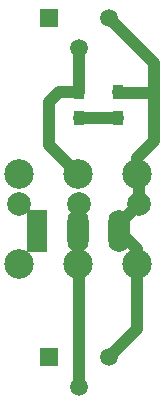
<source format=gbr>
%TF.GenerationSoftware,KiCad,Pcbnew,(5.1.9-0-10_14)*%
%TF.CreationDate,2021-10-27T21:19:31+01:00*%
%TF.ProjectId,Temp~Sensor,54656d70-7e53-4656-9e73-6f722e6b6963,rev?*%
%TF.SameCoordinates,Original*%
%TF.FileFunction,Copper,L1,Top*%
%TF.FilePolarity,Positive*%
%FSLAX46Y46*%
G04 Gerber Fmt 4.6, Leading zero omitted, Abs format (unit mm)*
G04 Created by KiCad (PCBNEW (5.1.9-0-10_14)) date 2021-10-27 21:19:31*
%MOMM*%
%LPD*%
G01*
G04 APERTURE LIST*
%TA.AperFunction,ComponentPad*%
%ADD10C,1.520000*%
%TD*%
%TA.AperFunction,ComponentPad*%
%ADD11R,1.520000X1.520000*%
%TD*%
%TA.AperFunction,SMDPad,CuDef*%
%ADD12R,0.900000X1.200000*%
%TD*%
%TA.AperFunction,ComponentPad*%
%ADD13R,1.800000X3.600000*%
%TD*%
%TA.AperFunction,ComponentPad*%
%ADD14O,1.800000X3.600000*%
%TD*%
%TA.AperFunction,ComponentPad*%
%ADD15C,2.500000*%
%TD*%
%TA.AperFunction,ComponentPad*%
%ADD16C,2.000000*%
%TD*%
%TA.AperFunction,Conductor*%
%ADD17C,1.000000*%
%TD*%
G04 APERTURE END LIST*
D10*
%TO.P,U2,2*%
%TO.N,Net-(D1-Pad1)*%
X132080000Y-109220000D03*
%TO.P,U2,3*%
%TO.N,Net-(J1-Pad3)*%
X134620000Y-106680000D03*
D11*
%TO.P,U2,1*%
%TO.N,Net-(J1-Pad1)*%
X129540000Y-106680000D03*
%TD*%
D10*
%TO.P,U1,2*%
%TO.N,Net-(D1-Pad1)*%
X132080000Y-80518000D03*
%TO.P,U1,3*%
%TO.N,Net-(J1-Pad3)*%
X134620000Y-77978000D03*
D11*
%TO.P,U1,1*%
%TO.N,Net-(J1-Pad1)*%
X129540000Y-77978000D03*
%TD*%
D12*
%TO.P,R1,1*%
%TO.N,Net-(D1-Pad2)*%
X135382000Y-86444000D03*
%TO.P,R1,2*%
%TO.N,Net-(J1-Pad3)*%
X135382000Y-84244000D03*
%TD*%
%TO.P,D1,1*%
%TO.N,Net-(D1-Pad1)*%
X132080000Y-84244000D03*
%TO.P,D1,2*%
%TO.N,Net-(D1-Pad2)*%
X132080000Y-86444000D03*
%TD*%
D13*
%TO.P,J1,1*%
%TO.N,Net-(J1-Pad1)*%
X128524000Y-96012000D03*
D14*
%TO.P,J1,2*%
%TO.N,Net-(D1-Pad1)*%
X132024000Y-96012000D03*
%TO.P,J1,3*%
%TO.N,Net-(J1-Pad3)*%
X135524000Y-96012000D03*
%TD*%
D15*
%TO.P,J2,3*%
%TO.N,Net-(J1-Pad3)*%
X137000000Y-98806000D03*
%TO.P,J2,2*%
%TO.N,Net-(D1-Pad1)*%
X132000000Y-98806000D03*
%TO.P,J2,1*%
%TO.N,Net-(J1-Pad1)*%
X127000000Y-98806000D03*
%TO.P,J2,3*%
%TO.N,Net-(J1-Pad3)*%
X137000000Y-91186000D03*
%TO.P,J2,2*%
%TO.N,Net-(D1-Pad1)*%
X132000000Y-91186000D03*
%TO.P,J2,1*%
%TO.N,Net-(J1-Pad1)*%
X127000000Y-91186000D03*
%TD*%
D16*
%TO.P,J3,3*%
%TO.N,Net-(J1-Pad3)*%
X137160000Y-98806000D03*
%TO.P,J3,2*%
%TO.N,Net-(D1-Pad1)*%
X132080000Y-98806000D03*
%TO.P,J3,1*%
%TO.N,Net-(J1-Pad1)*%
X127000000Y-98806000D03*
%TO.P,J3,3*%
%TO.N,Net-(J1-Pad3)*%
X137160000Y-93726000D03*
%TO.P,J3,2*%
%TO.N,Net-(D1-Pad1)*%
X132080000Y-93726000D03*
%TO.P,J3,1*%
%TO.N,Net-(J1-Pad1)*%
X127000000Y-93726000D03*
%TD*%
D17*
%TO.N,Net-(J1-Pad3)*%
X137000000Y-104300000D02*
X134620000Y-106680000D01*
X137000000Y-98966000D02*
X137160000Y-98806000D01*
X137000000Y-104300000D02*
X137000000Y-98966000D01*
X137000000Y-97488000D02*
X135524000Y-96012000D01*
X137000000Y-98806000D02*
X137000000Y-97488000D01*
X135524000Y-95362000D02*
X137160000Y-93726000D01*
X135524000Y-96012000D02*
X135524000Y-95362000D01*
X137160000Y-91346000D02*
X137000000Y-91186000D01*
X137160000Y-93726000D02*
X137160000Y-91346000D01*
X137000000Y-91186000D02*
X137000000Y-89822000D01*
X137000000Y-89822000D02*
X138430000Y-88392000D01*
X138430000Y-81788000D02*
X134620000Y-77978000D01*
X135466000Y-84328000D02*
X135382000Y-84244000D01*
X138430000Y-84328000D02*
X135466000Y-84328000D01*
X138430000Y-88392000D02*
X138430000Y-84328000D01*
X138430000Y-84328000D02*
X138430000Y-81788000D01*
%TO.N,Net-(D1-Pad1)*%
X132080000Y-99140000D02*
X132080000Y-109220000D01*
X132000000Y-91614000D02*
X132080000Y-91694000D01*
X132080000Y-96440000D02*
X132000000Y-96520000D01*
X132080000Y-93980000D02*
X132080000Y-96440000D01*
X132080000Y-84244000D02*
X132080000Y-80518000D01*
X132000000Y-91186000D02*
X129540000Y-88726000D01*
X129540000Y-88726000D02*
X129540000Y-85090000D01*
X130386000Y-84244000D02*
X132080000Y-84244000D01*
X129540000Y-85090000D02*
X130386000Y-84244000D01*
%TO.N,Net-(D1-Pad2)*%
X135382000Y-86444000D02*
X132080000Y-86444000D01*
%TD*%
M02*

</source>
